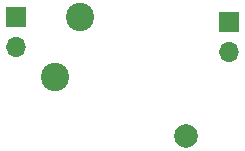
<source format=gbr>
%TF.GenerationSoftware,KiCad,Pcbnew,8.0.2*%
%TF.CreationDate,2024-08-23T14:06:52-07:00*%
%TF.ProjectId,UGC_MechTrigger,5547435f-4d65-4636-9854-726967676572,rev?*%
%TF.SameCoordinates,Original*%
%TF.FileFunction,Soldermask,Top*%
%TF.FilePolarity,Negative*%
%FSLAX46Y46*%
G04 Gerber Fmt 4.6, Leading zero omitted, Abs format (unit mm)*
G04 Created by KiCad (PCBNEW 8.0.2) date 2024-08-23 14:06:52*
%MOMM*%
%LPD*%
G01*
G04 APERTURE LIST*
%ADD10R,1.700000X1.700000*%
%ADD11O,1.700000X1.700000*%
%ADD12C,2.000000*%
%ADD13C,2.400000*%
G04 APERTURE END LIST*
D10*
%TO.C,J1*%
X228422200Y-146862800D03*
D11*
X228422200Y-149402800D03*
%TD*%
D10*
%TO.C,J2*%
X210388200Y-146456400D03*
D11*
X210388200Y-148996400D03*
%TD*%
D12*
%TO.C,SW1*%
X224768198Y-156464200D03*
D13*
X215818198Y-146464200D03*
X213718198Y-151464200D03*
%TD*%
M02*

</source>
